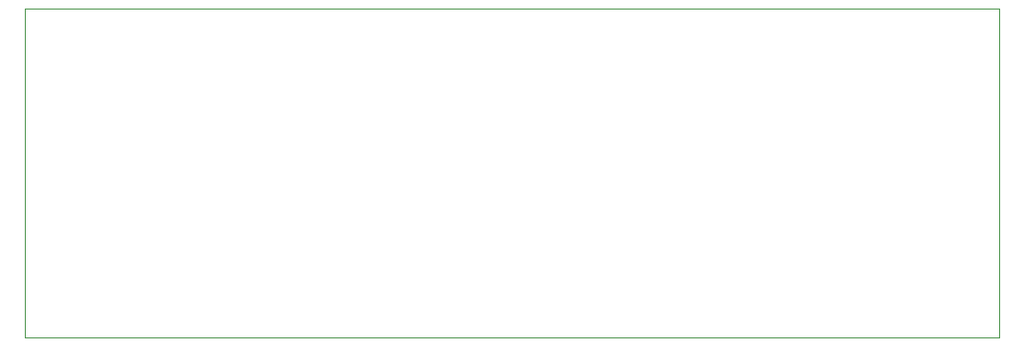
<source format=gbr>
%TF.GenerationSoftware,KiCad,Pcbnew,7.0.10*%
%TF.CreationDate,2024-01-28T18:06:39+01:00*%
%TF.ProjectId,daisy_01,64616973-795f-4303-912e-6b696361645f,rev?*%
%TF.SameCoordinates,Original*%
%TF.FileFunction,Profile,NP*%
%FSLAX46Y46*%
G04 Gerber Fmt 4.6, Leading zero omitted, Abs format (unit mm)*
G04 Created by KiCad (PCBNEW 7.0.10) date 2024-01-28 18:06:39*
%MOMM*%
%LPD*%
G01*
G04 APERTURE LIST*
%TA.AperFunction,Profile*%
%ADD10C,0.100000*%
%TD*%
G04 APERTURE END LIST*
D10*
X101600000Y-102870000D02*
X187960000Y-102870000D01*
X187960000Y-132080000D01*
X101600000Y-132080000D01*
X101600000Y-102870000D01*
M02*

</source>
